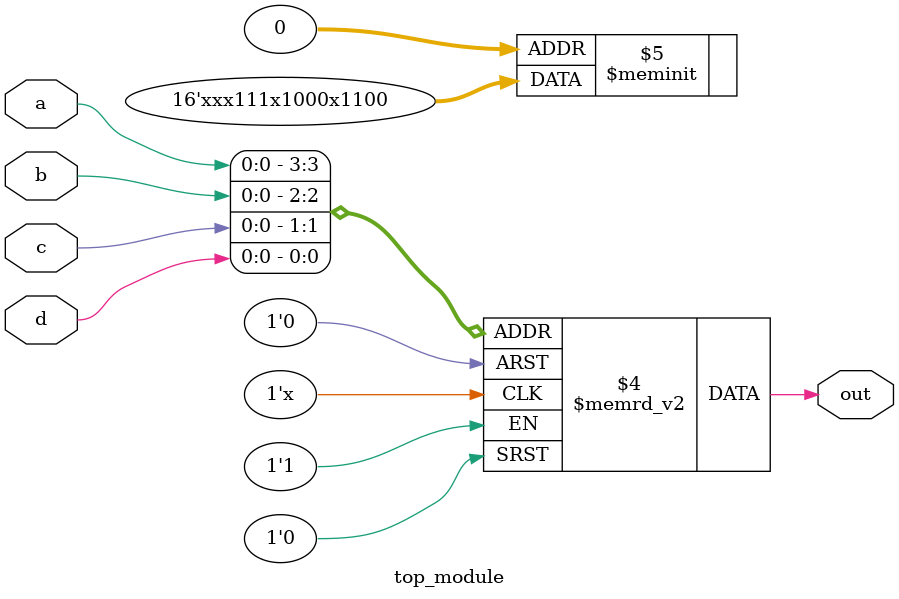
<source format=sv>
module top_module (
    input a, 
    input b,
    input c,
    input d,
    output reg out
);

always @(*) begin
    case ({a, b, c, d})
        4'b0000: out = 0;
        4'b0001: out = 0;
        4'b0010: out = 1;
        4'b0011: out = 1;
        4'b0100: out = 'x;
        4'b0101: out = 0;
        4'b0110: out = 0;
        4'b0111: out = 0;
        4'b1000: out = 1;
        4'b1001: out = 'x;
        4'b1010: out = 1;
        4'b1011: out = 1;
        4'b1100: out = 1;
        default: out = 'x;
    endcase
end

endmodule

</source>
